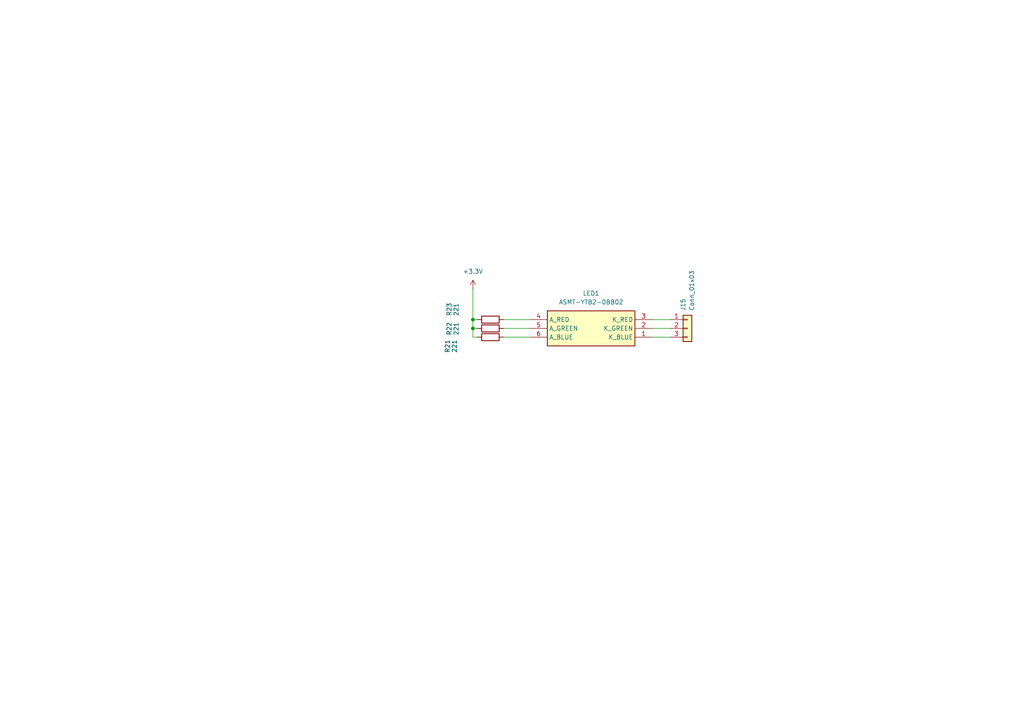
<source format=kicad_sch>
(kicad_sch (version 20250114) (generator "eeschema") (generator_version "9.0")
  (paper "A4")
  (lib_symbols
    (symbol "ASMT-YTB2-0BB02:ASMT-YTB2-0BB02"
      (property "Reference" "LED" (at 31.75 7.62 0))
      (property "Value" "ASMT-YTB2-0BB02" (at 31.75 5.08 0))
      (symbol "ASMT-YTB2-0BB02_1_1"
        (rectangle (start 5.08 2.54) (end 30.48 -7.62) (stroke (width 0.254)) (fill (type background)))
        (pin passive line (at 0 0 0) (length 5.08) (name "A_RED") (number "4"))
        (pin passive line (at 0 -2.54 0) (length 5.08) (name "A_GREEN") (number "5"))
        (pin passive line (at 0 -5.08 0) (length 5.08) (name "A_BLUE") (number "6"))
        (pin passive line (at 35.56 0 180) (length 5.08) (name "K_RED") (number "3"))
        (pin passive line (at 35.56 -2.54 180) (length 5.08) (name "K_GREEN") (number "2"))
        (pin passive line (at 35.56 -5.08 180) (length 5.08) (name "K_BLUE") (number "1"))
      )
    )
    (symbol "Connector_Generic:Conn_01x03" (pin_names (offset 1.016) (hide yes))
      (property "Reference" "J" (at 0 5.08 0))
      (property "Value" "Conn_01x03" (at 0 -5.08 0))
      (symbol "Conn_01x03_1_1"
        (rectangle (start -1.27 3.81) (end 1.27 -3.81) (stroke (width 0.254)) (fill (type background)))
        (rectangle (start -1.27 2.667) (end 0 2.413) (stroke (width 0.1524)))
        (rectangle (start -1.27 0.127) (end 0 -0.127) (stroke (width 0.1524)))
        (rectangle (start -1.27 -2.413) (end 0 -2.667) (stroke (width 0.1524)))
        (pin passive line (at -5.08 2.54 0) (length 3.81) (name "Pin_1") (number "1"))
        (pin passive line (at -5.08 0 0) (length 3.81) (name "Pin_2") (number "2"))
        (pin passive line (at -5.08 -2.54 0) (length 3.81) (name "Pin_3") (number "3"))
      )
    )
    (symbol "Device:R" (pin_numbers (hide yes)) (pin_names (offset 0))
      (property "Reference" "R" (at 2.032 0 90))
      (property "Value" "R" (at 0 0 90))
      (symbol "R_0_1"
        (rectangle (start -1.016 -2.54) (end 1.016 2.54) (stroke (width 0.254)))
      )
      (symbol "R_1_1"
        (pin passive line (at 0 3.81 270) (length 1.27) (name "~") (number "1"))
        (pin passive line (at 0 -3.81 90) (length 1.27) (name "~") (number "2"))
      )
    )
    (symbol "power:+3.3V" (power) (pin_numbers (hide yes)) (pin_names (offset 0) (hide yes))
      (property "Value" "+3.3V" (at 0 3.556 0))
      (symbol "+3.3V_0_1"
        (polyline (pts (xy -0.762 1.27) (xy 0 2.54)))
        (polyline (pts (xy 0 2.54) (xy 0.762 1.27)))
        (polyline (pts (xy 0 0) (xy 0 2.54)))
      )
      (symbol "+3.3V_1_1"
        (pin power_in line (at 0 0 90) (length 0) (name "~") (number "1"))
      )
    )
  )
  (junction (at 137.16 95.25))
  (junction (at 137.16 92.71))
  (wire (pts (xy 137.16 92.71) (xy 137.16 83.82)))
  (wire (pts (xy 138.43 97.79) (xy 137.16 97.79)))
  (wire (pts (xy 137.16 92.71) (xy 138.43 92.71)))
  (wire (pts (xy 137.16 95.25) (xy 137.16 92.71)))
  (wire (pts (xy 189.23 92.71) (xy 194.31 92.71)))
  (wire (pts (xy 137.16 97.79) (xy 137.16 95.25)))
  (wire (pts (xy 146.05 92.71) (xy 153.67 92.71)))
  (wire (pts (xy 189.23 95.25) (xy 194.31 95.25)))
  (wire (pts (xy 137.16 95.25) (xy 138.43 95.25)))
  (wire (pts (xy 189.23 97.79) (xy 194.31 97.79)))
  (wire (pts (xy 146.05 97.79) (xy 153.67 97.79)))
  (wire (pts (xy 146.05 95.25) (xy 153.67 95.25)))
  (symbol (lib_id "Device:R") (at 142.24 95.25 90) (unit 1)
    (property "Reference" "R22" (at 130.302 97.282 0) (effects (justify left)))
    (property "Value" "221" (at 132.334 97.282 0) (effects (justify left)))
    (property "Footprint" "Resistor_SMD:R_0201_0603Metric" (effects (hide yes)))
    (property "Description" "Resistor" (effects (hide yes)))
  )
  (symbol (lib_id "Connector_Generic:Conn_01x03") (at 199.39 95.25 0) (unit 1)
    (property "Reference" "J15" (at 198.1199 90.17 90) (effects (justify left)))
    (property "Value" "Conn_01x03" (at 200.6599 90.17 90) (effects (justify left)))
    (property "Footprint" "Connector_PinHeader_2.00mm:PinHeader_1x03_P2.00mm_Vertical" (effects (hide yes)))
    (property "Description" "Generic connector, single row, 01x03, script generated (kicad-library-utils/schlib/autogen/connector/)" (effects (hide yes)))
  )
  (symbol (lib_id "Device:R") (at 142.24 97.79 90) (unit 1)
    (property "Reference" "R21" (at 129.794 102.362 0) (effects (justify left)))
    (property "Value" "221" (at 131.826 102.362 0) (effects (justify left)))
    (property "Footprint" "Resistor_SMD:R_0201_0603Metric" (effects (hide yes)))
    (property "Description" "Resistor" (effects (hide yes)))
  )
  (symbol (lib_id "power:+3.3V") (at 137.16 83.82 0) (unit 1)
    (property "Reference" "#PWR028" (effects (hide yes)))
    (property "Value" "+3.3V" (at 137.16 78.74 0))
    (property "Description" "Power symbol creates a global label with name \"+3.3V\"" (effects (hide yes)))
  )
  (symbol (lib_id "Device:R") (at 142.24 92.71 90) (unit 1)
    (property "Reference" "R23" (at 130.302 91.694 0) (effects (justify left)))
    (property "Value" "221" (at 132.334 91.694 0) (effects (justify left)))
    (property "Footprint" "Resistor_SMD:R_0201_0603Metric" (effects (hide yes)))
    (property "Description" "Resistor" (effects (hide yes)))
  )
  (symbol (lib_id "ASMT-YTB2-0BB02:ASMT-YTB2-0BB02") (at 153.67 92.71 0) (unit 1)
    (property "Reference" "LED1" (at 171.45 85.09 0))
    (property "Value" "ASMT-YTB2-0BB02" (at 171.45 87.63 0))
    (property "Footprint" "ASMT-YTC7-0AA02" (effects (hide yes)))
    (property "Description" "Broadcom ASMT-YTB2-0BB02, 470 / 530 / 622 nm 3 RGB LED, PLCC 6 SMD package" (effects (hide yes)))
    (property "Manufacturer_Name" "Avago Technologies" (effects (hide yes)))
    (property "Manufacturer_Part_Number" "ASMT-YTB2-0BB02" (effects (hide yes)))
  )
)
</source>
